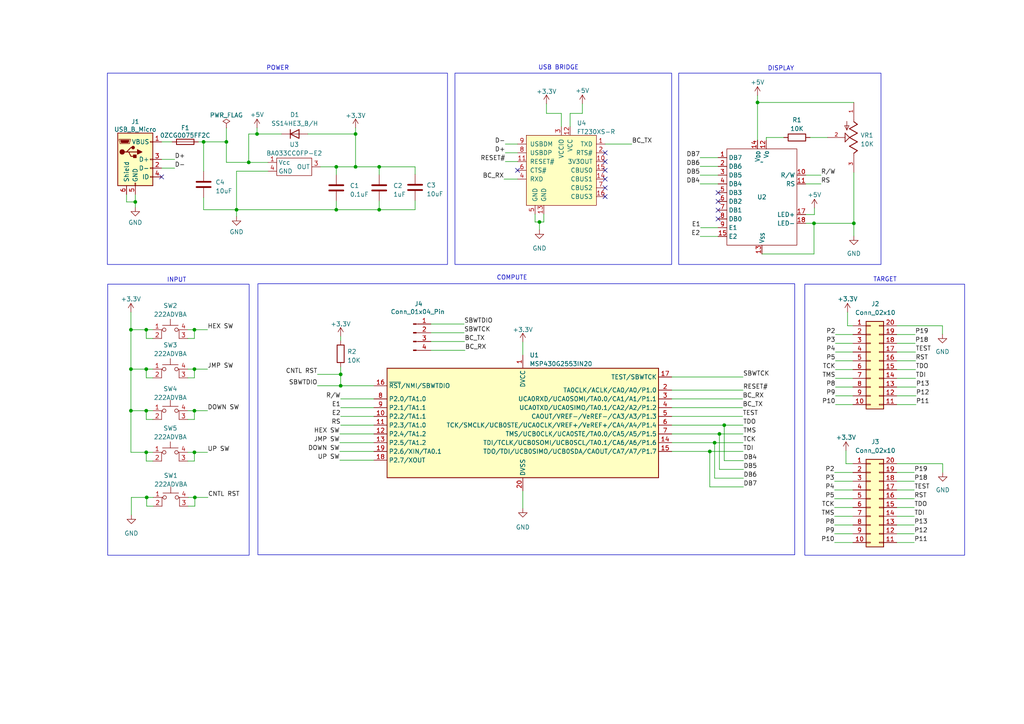
<source format=kicad_sch>
(kicad_sch (version 20230121) (generator eeschema)
  (paper "A4")
  (title_block (title "MSP Debugger") (date "2024-06-10") (company "Jaden Baptista"))
  (lib_symbols
    (symbol "Connector:Conn_01x04_Pin" (pin_names (offset 1.016) hide)
      (property "Reference" "J" (at 0 5.08 0))
      (property "Value" "Conn_01x04_Pin" (at 0 -7.62 0))
      (symbol "Conn_01x04_Pin_1_1"
        (polyline (pts (xy 1.27 -5.08) (xy 0.8636 -5.08)) (stroke (width 0.1524)))
        (polyline (pts (xy 1.27 -2.54) (xy 0.8636 -2.54)) (stroke (width 0.1524)))
        (polyline (pts (xy 1.27 0) (xy 0.8636 0)) (stroke (width 0.1524)))
        (polyline (pts (xy 1.27 2.54) (xy 0.8636 2.54)) (stroke (width 0.1524)))
        (rectangle (start 0.8636 -4.953) (end 0 -5.207) (stroke (width 0.1524)) (fill (type outline)))
        (rectangle (start 0.8636 -2.413) (end 0 -2.667) (stroke (width 0.1524)) (fill (type outline)))
        (rectangle (start 0.8636 0.127) (end 0 -0.127) (stroke (width 0.1524)) (fill (type outline)))
        (rectangle (start 0.8636 2.667) (end 0 2.413) (stroke (width 0.1524)) (fill (type outline)))
        (pin passive line (at 5.08 2.54 180) (length 3.81) (name "Pin_1") (number "1"))
        (pin passive line (at 5.08 0 180) (length 3.81) (name "Pin_2") (number "2"))
        (pin passive line (at 5.08 -2.54 180) (length 3.81) (name "Pin_3") (number "3"))
        (pin passive line (at 5.08 -5.08 180) (length 3.81) (name "Pin_4") (number "4"))
      )
    )
    (symbol "Connector:USB_B_Micro" (pin_names (offset 1.016))
      (property "Reference" "J" (at -5.08 11.43 0))
      (property "Value" "USB_B_Micro" (at -5.08 8.89 0))
      (symbol "USB_B_Micro_0_1"
        (rectangle (start -5.08 -7.62) (end 5.08 7.62) (stroke (width 0.254)) (fill (type background)))
        (circle (center -3.81 2.159) (radius 0.635) (stroke (width 0.254)) (fill (type outline)))
        (circle (center -0.635 3.429) (radius 0.381) (stroke (width 0.254)) (fill (type outline)))
        (rectangle (start -0.127 -7.62) (end 0.127 -6.858))
        (polyline (pts (xy -1.905 2.159) (xy 0.635 2.159)) (stroke (width 0.254)))
        (polyline (pts (xy -3.175 2.159) (xy -2.54 2.159) (xy -1.27 3.429) (xy -0.635 3.429)) (stroke (width 0.254)))
        (polyline (pts (xy -2.54 2.159) (xy -1.905 2.159) (xy -1.27 0.889) (xy 0 0.889)) (stroke (width 0.254)))
        (polyline (pts (xy 0.635 2.794) (xy 0.635 1.524) (xy 1.905 2.159) (xy 0.635 2.794)) (stroke (width 0.254)) (fill (type outline)))
        (polyline (pts (xy -4.318 5.588) (xy -1.778 5.588) (xy -2.032 4.826) (xy -4.064 4.826) (xy -4.318 5.588)) (fill (type outline)))
        (polyline (pts (xy -4.699 5.842) (xy -4.699 5.588) (xy -4.445 4.826) (xy -4.445 4.572) (xy -1.651 4.572) (xy -1.651 4.826) (xy -1.397 5.588) (xy -1.397 5.842) (xy -4.699 5.842)))
        (rectangle (start 0.254 1.27) (end -0.508 0.508) (stroke (width 0.254)) (fill (type outline)))
        (rectangle (start 5.08 -5.207) (end 4.318 -4.953))
        (rectangle (start 5.08 -2.667) (end 4.318 -2.413))
        (rectangle (start 5.08 -0.127) (end 4.318 0.127))
        (rectangle (start 5.08 4.953) (end 4.318 5.207))
      )
      (symbol "USB_B_Micro_1_1"
        (pin power_out line (at 7.62 5.08 180) (length 2.54) (name "VBUS") (number "1"))
        (pin bidirectional line (at 7.62 -2.54 180) (length 2.54) (name "D-") (number "2"))
        (pin bidirectional line (at 7.62 0 180) (length 2.54) (name "D+") (number "3"))
        (pin passive line (at 7.62 -5.08 180) (length 2.54) (name "ID") (number "4"))
        (pin power_out line (at 0 -10.16 90) (length 2.54) (name "GND") (number "5"))
        (pin passive line (at -2.54 -10.16 90) (length 2.54) (name "Shield") (number "6"))
      )
    )
    (symbol "Connector_Generic:Conn_02x10_Counter_Clockwise" (pin_names (offset 1.016) hide)
      (property "Reference" "J" (at 1.27 12.7 0))
      (property "Value" "Conn_02x10_Counter_Clockwise" (at 1.27 -15.24 0))
      (symbol "Conn_02x10_Counter_Clockwise_1_1"
        (rectangle (start -1.27 -12.573) (end 0 -12.827) (stroke (width 0.1524)))
        (rectangle (start -1.27 -10.033) (end 0 -10.287) (stroke (width 0.1524)))
        (rectangle (start -1.27 -7.493) (end 0 -7.747) (stroke (width 0.1524)))
        (rectangle (start -1.27 -4.953) (end 0 -5.207) (stroke (width 0.1524)))
        (rectangle (start -1.27 -2.413) (end 0 -2.667) (stroke (width 0.1524)))
        (rectangle (start -1.27 0.127) (end 0 -0.127) (stroke (width 0.1524)))
        (rectangle (start -1.27 2.667) (end 0 2.413) (stroke (width 0.1524)))
        (rectangle (start -1.27 5.207) (end 0 4.953) (stroke (width 0.1524)))
        (rectangle (start -1.27 7.747) (end 0 7.493) (stroke (width 0.1524)))
        (rectangle (start -1.27 10.287) (end 0 10.033) (stroke (width 0.1524)))
        (rectangle (start -1.27 11.43) (end 3.81 -13.97) (stroke (width 0.254)) (fill (type background)))
        (rectangle (start 3.81 -12.573) (end 2.54 -12.827) (stroke (width 0.1524)))
        (rectangle (start 3.81 -10.033) (end 2.54 -10.287) (stroke (width 0.1524)))
        (rectangle (start 3.81 -7.493) (end 2.54 -7.747) (stroke (width 0.1524)))
        (rectangle (start 3.81 -4.953) (end 2.54 -5.207) (stroke (width 0.1524)))
        (rectangle (start 3.81 -2.413) (end 2.54 -2.667) (stroke (width 0.1524)))
        (rectangle (start 3.81 0.127) (end 2.54 -0.127) (stroke (width 0.1524)))
        (rectangle (start 3.81 2.667) (end 2.54 2.413) (stroke (width 0.1524)))
        (rectangle (start 3.81 5.207) (end 2.54 4.953) (stroke (width 0.1524)))
        (rectangle (start 3.81 7.747) (end 2.54 7.493) (stroke (width 0.1524)))
        (rectangle (start 3.81 10.287) (end 2.54 10.033) (stroke (width 0.1524)))
        (pin passive line (at -5.08 10.16 0) (length 3.81) (name "Pin_1") (number "1"))
        (pin passive line (at -5.08 -12.7 0) (length 3.81) (name "Pin_10") (number "10"))
        (pin passive line (at 7.62 -12.7 180) (length 3.81) (name "Pin_11") (number "11"))
        (pin passive line (at 7.62 -10.16 180) (length 3.81) (name "Pin_12") (number "12"))
        (pin passive line (at 7.62 -7.62 180) (length 3.81) (name "Pin_13") (number "13"))
        (pin passive line (at 7.62 -5.08 180) (length 3.81) (name "Pin_14") (number "14"))
        (pin passive line (at 7.62 -2.54 180) (length 3.81) (name "Pin_15") (number "15"))
        (pin passive line (at 7.62 0 180) (length 3.81) (name "Pin_16") (number "16"))
        (pin passive line (at 7.62 2.54 180) (length 3.81) (name "Pin_17") (number "17"))
        (pin passive line (at 7.62 5.08 180) (length 3.81) (name "Pin_18") (number "18"))
        (pin passive line (at 7.62 7.62 180) (length 3.81) (name "Pin_19") (number "19"))
        (pin passive line (at -5.08 7.62 0) (length 3.81) (name "Pin_2") (number "2"))
        (pin passive line (at 7.62 10.16 180) (length 3.81) (name "Pin_20") (number "20"))
        (pin passive line (at -5.08 5.08 0) (length 3.81) (name "Pin_3") (number "3"))
        (pin passive line (at -5.08 2.54 0) (length 3.81) (name "Pin_4") (number "4"))
        (pin passive line (at -5.08 0 0) (length 3.81) (name "Pin_5") (number "5"))
        (pin passive line (at -5.08 -2.54 0) (length 3.81) (name "Pin_6") (number "6"))
        (pin passive line (at -5.08 -5.08 0) (length 3.81) (name "Pin_7") (number "7"))
        (pin passive line (at -5.08 -7.62 0) (length 3.81) (name "Pin_8") (number "8"))
        (pin passive line (at -5.08 -10.16 0) (length 3.81) (name "Pin_9") (number "9"))
      )
    )
    (symbol "Device:C" (pin_numbers hide) (pin_names (offset 0.254))
      (property "Reference" "C" (at 0.635 2.54 0))
      (property "Value" "C" (at 0.635 -2.54 0))
      (symbol "C_0_1"
        (polyline (pts (xy -2.032 -0.762) (xy 2.032 -0.762)) (stroke (width 0.508)))
        (polyline (pts (xy -2.032 0.762) (xy 2.032 0.762)) (stroke (width 0.508)))
      )
      (symbol "C_1_1"
        (pin passive line (at 0 3.81 270) (length 2.794) (name "~") (number "1"))
        (pin passive line (at 0 -3.81 90) (length 2.794) (name "~") (number "2"))
      )
    )
    (symbol "Device:D" (pin_numbers hide) (pin_names (offset 1.016) hide)
      (property "Reference" "D" (at 0 2.54 0))
      (property "Value" "D" (at 0 -2.54 0))
      (symbol "D_0_1"
        (polyline (pts (xy -1.27 1.27) (xy -1.27 -1.27)) (stroke (width 0.254)))
        (polyline (pts (xy 1.27 0) (xy -1.27 0)))
        (polyline (pts (xy 1.27 1.27) (xy 1.27 -1.27) (xy -1.27 0) (xy 1.27 1.27)) (stroke (width 0.254)))
      )
      (symbol "D_1_1"
        (pin passive line (at -3.81 0 0) (length 2.54) (name "K") (number "1"))
        (pin passive line (at 3.81 0 180) (length 2.54) (name "A") (number "2"))
      )
    )
    (symbol "Device:Fuse" (pin_numbers hide) (pin_names (offset 0))
      (property "Reference" "F" (at 2.032 0 90))
      (property "Value" "Fuse" (at -1.905 0 90))
      (symbol "Fuse_0_1"
        (rectangle (start -0.762 -2.54) (end 0.762 2.54) (stroke (width 0.254)))
        (polyline (pts (xy 0 2.54) (xy 0 -2.54)))
      )
      (symbol "Fuse_1_1"
        (pin passive line (at 0 3.81 270) (length 1.27) (name "~") (number "1"))
        (pin passive line (at 0 -3.81 90) (length 1.27) (name "~") (number "2"))
      )
    )
    (symbol "Device:R" (pin_numbers hide) (pin_names (offset 0))
      (property "Reference" "R" (at 2.032 0 90))
      (property "Value" "R" (at 0 0 90))
      (symbol "R_0_1"
        (rectangle (start -1.016 -2.54) (end 1.016 2.54) (stroke (width 0.254)))
      )
      (symbol "R_1_1"
        (pin passive line (at 0 3.81 270) (length 1.27) (name "~") (number "1"))
        (pin passive line (at 0 -3.81 90) (length 1.27) (name "~") (number "2"))
      )
    )
    (symbol "ICs:3362P-1-103LF" (pin_names (offset 1.016))
      (property "Reference" "VR" (at -10.1818 2.5465 0))
      (property "Value" "3362P-1-103LF" (at -10.1645 -7.6423 0))
      (symbol "3362P-1-103LF_0_0"
        (polyline (pts (xy -5.08 0) (xy -4.572 0)) (stroke (width 0.1524)))
        (polyline (pts (xy -4.699 -2.032) (xy -2.159 -2.032)) (stroke (width 0.1524)))
        (polyline (pts (xy -4.572 0) (xy -3.81 1.016)) (stroke (width 0.254)))
        (polyline (pts (xy -3.81 1.016) (xy -2.54 -1.27)) (stroke (width 0.254)))
        (polyline (pts (xy -3.429 -2.667) (xy -3.429 -1.397)) (stroke (width 0.1524)))
        (polyline (pts (xy -3.429 -1.397) (xy -2.159 -2.032)) (stroke (width 0.1524)))
        (polyline (pts (xy -2.54 -1.27) (xy -1.27 1.016)) (stroke (width 0.254)))
        (polyline (pts (xy -2.159 -2.032) (xy -3.429 -2.667)) (stroke (width 0.1524)))
        (polyline (pts (xy -1.27 -2.54) (xy 0 -1.27)) (stroke (width 0.2032)))
        (polyline (pts (xy -1.27 1.016) (xy 0 -1.27)) (stroke (width 0.254)))
        (polyline (pts (xy 0 -1.27) (xy 1.27 -2.54)) (stroke (width 0.2032)))
        (polyline (pts (xy 0 -1.27) (xy 1.27 1.016)) (stroke (width 0.254)))
        (polyline (pts (xy 1.27 -2.54) (xy -1.27 -2.54)) (stroke (width 0.2032)))
        (polyline (pts (xy 1.27 1.016) (xy 2.54 -1.27)) (stroke (width 0.254)))
        (polyline (pts (xy 2.54 -1.27) (xy 3.81 1.016)) (stroke (width 0.254)))
        (polyline (pts (xy 3.81 1.016) (xy 4.572 0)) (stroke (width 0.254)))
        (polyline (pts (xy 4.572 0) (xy 5.08 0)) (stroke (width 0.1524)))
        (pin passive line (at -10.16 0 0) (length 5.08) (name "~") (number "1"))
        (pin passive line (at 0 -7.62 90) (length 5.08) (name "~") (number "2"))
        (pin passive line (at 10.16 0 180) (length 5.08) (name "~") (number "3"))
      )
    )
    (symbol "ICs:BA033CC0FP-E2"
      (property "Reference" "U" (at 0 3.81 0))
      (symbol "BA033CC0FP-E2_0_1"
        (rectangle (start -5.08 2.54) (end 5.08 -2.54))
      )
      (symbol "BA033CC0FP-E2_1_1"
        (pin power_in line (at -7.62 1.27 0) (length 2.54) (name "Vcc") (number "1"))
        (pin power_out line (at 7.62 0 180) (length 2.54) (name "OUT") (number "3"))
        (pin input line (at -7.62 -1.27 0) (length 2.54) (name "GND") (number "4"))
      )
    )
    (symbol "MCU_Texas_MSP430:MSP430G2553IN20"
      (property "Reference" "U" (at -38.1 17.78 0))
      (property "Value" "MSP430G2553IN20" (at 31.75 -16.51 0))
      (symbol "MSP430G2553IN20_0_1"
        (rectangle (start -39.37 16.51) (end 39.37 -15.24) (stroke (width 0.254)) (fill (type background)))
      )
      (symbol "MSP430G2553IN20_1_1"
        (pin power_in line (at 0 20.32 270) (length 3.81) (name "DVCC") (number "1"))
        (pin bidirectional line (at -43.18 2.54 0) (length 3.81) (name "P2.2/TA1.1") (number "10"))
        (pin bidirectional line (at -43.18 0 0) (length 3.81) (name "P2.3/TA1.0") (number "11"))
        (pin bidirectional line (at -43.18 -2.54 0) (length 3.81) (name "P2.4/TA1.2") (number "12"))
        (pin bidirectional line (at -43.18 -5.08 0) (length 3.81) (name "P2.5/TA1.2") (number "13"))
        (pin bidirectional line (at 43.18 -5.08 180) (length 3.81) (name "TDI/TCLK/UCB0SOMI/UCB0SCL/TA0.1/CA6/A6/P1.6") (number "14"))
        (pin bidirectional line (at 43.18 -7.62 180) (length 3.81) (name "TDO/TDI/UCB0SIMO/UCB0SDA/CAOUT/CA7/A7/P1.7") (number "15"))
        (pin input line (at -43.18 11.43 0) (length 3.81) (name "~{RST}/NMI/SBWTDIO") (number "16"))
        (pin input line (at 43.18 13.97 180) (length 3.81) (name "TEST/SBWTCK") (number "17"))
        (pin bidirectional line (at -43.18 -10.16 0) (length 3.81) (name "P2.7/XOUT") (number "18"))
        (pin bidirectional line (at -43.18 -7.62 0) (length 3.81) (name "P2.6/XIN/TA0.1") (number "19"))
        (pin bidirectional line (at 43.18 10.16 180) (length 3.81) (name "TA0CLK/ACLK/CA0/A0/P1.0") (number "2"))
        (pin power_in line (at 0 -19.05 90) (length 3.81) (name "DVSS") (number "20"))
        (pin bidirectional line (at 43.18 7.62 180) (length 3.81) (name "UCA0RXD/UCA0SOMI/TA0.0/CA1/A1/P1.1") (number "3"))
        (pin bidirectional line (at 43.18 5.08 180) (length 3.81) (name "UCA0TXD/UCA0SIMO/TA0.1/CA2/A2/P1.2") (number "4"))
        (pin bidirectional line (at 43.18 2.54 180) (length 3.81) (name "CAOUT/VREF-/VeREF-/CA3/A3/P1.3") (number "5"))
        (pin bidirectional line (at 43.18 0 180) (length 3.81) (name "TCK/SMCLK/UCB0STE/UCA0CLK/VREF+/VeREF+/CA4/A4/P1.4") (number "6"))
        (pin bidirectional line (at 43.18 -2.54 180) (length 3.81) (name "TMS/UCB0CLK/UCA0STE/TA0.0/CA5/A5/P1.5") (number "7"))
        (pin bidirectional line (at -43.18 7.62 0) (length 3.81) (name "P2.0/TA1.0") (number "8"))
        (pin bidirectional line (at -43.18 5.08 0) (length 3.81) (name "P2.1/TA1.1") (number "9"))
      )
    )
    (symbol "Switch:SW_MEC_5E" (pin_names (offset 1.016) hide)
      (property "Reference" "SW" (at 0.635 5.715 0))
      (property "Value" "SW_MEC_5E" (at 0 -3.175 0))
      (symbol "SW_MEC_5E_0_1"
        (circle (center -1.778 2.54) (radius 0.508))
        (polyline (pts (xy -2.286 3.81) (xy 2.286 3.81)))
        (polyline (pts (xy 0 3.81) (xy 0 5.588)))
        (polyline (pts (xy -2.54 0) (xy -2.54 2.54) (xy -2.286 2.54)))
        (polyline (pts (xy 2.54 0) (xy 2.54 2.54) (xy 2.286 2.54)))
        (circle (center 1.778 2.54) (radius 0.508))
        (pin passive line (at -5.08 2.54 0) (length 2.54) (name "1") (number "1"))
        (pin passive line (at -5.08 0 0) (length 2.54) (name "2") (number "2"))
        (pin passive line (at 5.08 0 180) (length 2.54) (name "K") (number "3"))
        (pin passive line (at 5.08 2.54 180) (length 2.54) (name "A") (number "4"))
      )
    )
    (symbol "display:NHD-0440AZ-FL-YBW"
      (property "Reference" "U2" (at 0 0 0))
      (property "Value" "~" (at 0 10.16 0))
      (symbol "NHD-0440AZ-FL-YBW_0_1"
        (rectangle (start -10.16 13.97) (end 10.16 -13.97))
      )
      (symbol "NHD-0440AZ-FL-YBW_1_1"
        (pin bidirectional line (at -12.7 11.43 0) (length 2.54) (name "DB7") (number "1"))
        (pin input line (at 12.7 6.35 180) (length 2.54) (name "R/W") (number "10"))
        (pin input line (at 12.7 3.81 180) (length 2.54) (name "RS") (number "11"))
        (pin input line (at 1.27 16.51 270) (length 2.54) (name "V_{0}") (number "12"))
        (pin power_in line (at 0 -16.51 90) (length 2.54) (name "V_{SS}") (number "13"))
        (pin power_in line (at -1.27 16.51 270) (length 2.54) (name "V_{DD}") (number "14"))
        (pin input line (at -12.7 -11.43 0) (length 2.54) (name "E2") (number "15"))
        (pin no_connect line (at 12.7 8.89 180) (length 2.54) hide (name "NC") (number "16"))
        (pin power_in line (at 12.7 -5.08 180) (length 2.54) (name "LED+") (number "17"))
        (pin power_in line (at 12.7 -7.62 180) (length 2.54) (name "LED-") (number "18"))
        (pin bidirectional line (at -12.7 8.89 0) (length 2.54) (name "DB6") (number "2"))
        (pin bidirectional line (at -12.7 6.35 0) (length 2.54) (name "DB5") (number "3"))
        (pin bidirectional line (at -12.7 3.81 0) (length 2.54) (name "DB4") (number "4"))
        (pin bidirectional line (at -12.7 1.27 0) (length 2.54) (name "DB3") (number "5"))
        (pin bidirectional line (at -12.7 -1.27 0) (length 2.54) (name "DB2") (number "6"))
        (pin bidirectional line (at -12.7 -3.81 0) (length 2.54) (name "DB1") (number "7"))
        (pin bidirectional line (at -12.7 -6.35 0) (length 2.54) (name "DB0") (number "8"))
        (pin input line (at -12.7 -8.89 0) (length 2.54) (name "E1") (number "9"))
      )
    )
    (symbol "dk_Interface-Controllers:FT230XS-R" (pin_names (offset 1.016))
      (property "Reference" "U" (at -10.16 8.89 0))
      (property "Value" "FT230XS-R" (at -2.54 -13.97 0))
      (symbol "FT230XS-R_0_1"
        (rectangle (start -10.16 7.62) (end 10.16 -12.7) (fill (type background)))
      )
      (symbol "FT230XS-R_1_1"
        (pin output line (at 12.7 5.08 180) (length 2.54) (name "TXD") (number "1"))
        (pin power_out line (at 12.7 0 180) (length 2.54) (name "3V3OUT") (number "10"))
        (pin input line (at -12.7 0 0) (length 2.54) (name "RESET#") (number "11"))
        (pin power_in line (at 2.54 10.16 270) (length 2.54) (name "VCC") (number "12"))
        (pin power_in line (at -5.08 -15.24 90) (length 2.54) (name "GND") (number "13"))
        (pin bidirectional line (at 12.7 -5.08 180) (length 2.54) (name "CBUS1") (number "14"))
        (pin bidirectional line (at 12.7 -2.54 180) (length 2.54) (name "CBUS0") (number "15"))
        (pin bidirectional line (at 12.7 -10.16 180) (length 2.54) (name "CBUS3") (number "16"))
        (pin output line (at 12.7 2.54 180) (length 2.54) (name "RTS#") (number "2"))
        (pin power_in line (at 0 10.16 270) (length 2.54) (name "VCCIO") (number "3"))
        (pin input line (at -12.7 -5.08 0) (length 2.54) (name "RXD") (number "4"))
        (pin power_in line (at -7.62 -15.24 90) (length 2.54) (name "GND") (number "5"))
        (pin input line (at -12.7 -2.54 0) (length 2.54) (name "CTS#") (number "6"))
        (pin bidirectional line (at 12.7 -7.62 180) (length 2.54) (name "CBUS2") (number "7"))
        (pin input line (at -12.7 2.54 0) (length 2.54) (name "USBDP") (number "8"))
        (pin input line (at -12.7 5.08 0) (length 2.54) (name "USBDM") (number "9"))
      )
    )
    (symbol "power:+3.3V" (power) (pin_names (offset 0))
      (property "Value" "+3.3V" (at 0 3.556 0))
      (symbol "+3.3V_0_1"
        (polyline (pts (xy -0.762 1.27) (xy 0 2.54)))
        (polyline (pts (xy 0 0) (xy 0 2.54)))
        (polyline (pts (xy 0 2.54) (xy 0.762 1.27)))
      )
      (symbol "+3.3V_1_1"
        (pin power_in line (at 0 0 90) (length 0) hide (name "+3.3V") (number "1"))
      )
    )
    (symbol "power:+5V" (power) (pin_names (offset 0))
      (property "Value" "+5V" (at 0 3.556 0))
      (symbol "+5V_0_1"
        (polyline (pts (xy -0.762 1.27) (xy 0 2.54)))
        (polyline (pts (xy 0 0) (xy 0 2.54)))
        (polyline (pts (xy 0 2.54) (xy 0.762 1.27)))
      )
      (symbol "+5V_1_1"
        (pin power_in line (at 0 0 90) (length 0) hide (name "+5V") (number "1"))
      )
    )
    (symbol "power:GND" (power) (pin_names (offset 0))
      (property "Value" "GND" (at 0 -3.81 0))
      (symbol "GND_0_1"
        (polyline (pts (xy 0 0) (xy 0 -1.27) (xy 1.27 -1.27) (xy 0 -2.54) (xy -1.27 -1.27) (xy 0 -1.27)))
      )
      (symbol "GND_1_1"
        (pin power_in line (at 0 0 270) (length 0) hide (name "GND") (number "1"))
      )
    )
    (symbol "power:PWR_FLAG" (power) (pin_numbers hide) (pin_names (offset 0) hide)
      (property "Value" "PWR_FLAG" (at 0 3.81 0))
      (symbol "PWR_FLAG_0_0"
        (pin power_out line (at 0 0 90) (length 0) (name "pwr") (number "1"))
      )
      (symbol "PWR_FLAG_0_1"
        (polyline (pts (xy 0 0) (xy 0 1.27) (xy -1.016 1.905) (xy 0 2.54) (xy 1.016 1.905) (xy 0 1.27)))
      )
    )
  )
  (junction (at 103.124 48.387))
  (junction (at 42.418 131.191))
  (junction (at 42.418 119.126))
  (junction (at 109.982 48.387))
  (junction (at 98.806 108.585))
  (junction (at 97.536 48.387))
  (junction (at 247.65 64.77))
  (junction (at 74.549 38.862))
  (junction (at 56.388 107.061))
  (junction (at 59.055 41.148))
  (junction (at 56.515 144.272))
  (junction (at 37.973 107.061))
  (junction (at 208.661 125.857))
  (junction (at 207.264 128.397))
  (junction (at 98.806 111.887))
  (junction (at 65.659 41.148))
  (junction (at 205.867 130.937))
  (junction (at 68.6054 60.833))
  (junction (at 56.388 119.126))
  (junction (at 56.388 131.191))
  (junction (at 37.973 119.126))
  (junction (at 72.136 47.0916))
  (junction (at 210.058 123.317))
  (junction (at 42.418 107.061))
  (junction (at 42.545 144.272))
  (junction (at 39.243 58.5724))
  (junction (at 219.71 29.718))
  (junction (at 156.464 64.389))
  (junction (at 37.973 95.631))
  (junction (at 97.536 60.833))
  (junction (at 236.093 64.77))
  (junction (at 103.124 38.862))
  (junction (at 42.418 95.631))
  (junction (at 56.388 95.631))
  (junction (at 109.982 60.833))
  (no_connect (at 175.514 44.323))
  (no_connect (at 46.863 51.308))
  (no_connect (at 175.514 46.863))
  (no_connect (at 175.514 57.023))
  (no_connect (at 150.114 49.403))
  (no_connect (at 208.28 55.88))
  (no_connect (at 208.28 60.96))
  (no_connect (at 175.514 51.943))
  (no_connect (at 175.514 49.403))
  (no_connect (at 208.28 58.42))
  (no_connect (at 175.514 54.483))
  (no_connect (at 208.28 63.5))
  (wire (pts (xy 65.659 47.0916) (xy 72.136 47.0916)))
  (wire (pts (xy 103.124 38.862) (xy 103.124 48.387)))
  (wire (pts (xy 37.973 90.551) (xy 37.973 95.631)))
  (wire (pts (xy 42.545 144.272) (xy 44.45 144.272)))
  (wire (pts (xy 158.496 32.893) (xy 162.814 32.893)))
  (wire (pts (xy 56.388 133.731) (xy 56.388 131.191)))
  (wire (pts (xy 44.323 133.731) (xy 42.418 133.731)))
  (wire (pts (xy 98.806 108.585) (xy 98.806 111.887)))
  (wire (pts (xy 56.515 146.812) (xy 56.515 144.272)))
  (wire (pts (xy 92.964 48.387) (xy 97.536 48.387)))
  (wire (pts (xy 155.194 64.389) (xy 156.464 64.389)))
  (wire (pts (xy 54.61 146.812) (xy 56.515 146.812)))
  (wire (pts (xy 260.096 142.113) (xy 265.176 142.113)))
  (wire (pts (xy 260.096 152.273) (xy 265.176 152.273)))
  (wire (pts (xy 260.096 147.193) (xy 265.176 147.193)))
  (wire (pts (xy 54.483 107.061) (xy 56.388 107.061)))
  (wire (pts (xy 242.316 97.028) (xy 247.396 97.028)))
  (wire (pts (xy 245.364 134.493) (xy 245.364 130.683)))
  (wire (pts (xy 260.096 107.188) (xy 265.557 107.188)))
  (wire (pts (xy 108.458 115.697) (xy 98.806 115.697)))
  (wire (pts (xy 247.65 50.038) (xy 247.65 64.77)))
  (wire (pts (xy 68.6054 60.833) (xy 97.536 60.833)))
  (wire (pts (xy 242.316 117.348) (xy 247.396 117.348)))
  (wire (pts (xy 44.323 98.171) (xy 42.418 98.171)))
  (wire (pts (xy 260.096 144.653) (xy 265.176 144.653)))
  (wire (pts (xy 260.096 114.808) (xy 265.684 114.808)))
  (wire (pts (xy 77.724 49.657) (xy 68.6054 49.657)))
  (wire (pts (xy 65.659 37.084) (xy 65.659 41.148)))
  (wire (pts (xy 210.058 123.317) (xy 210.058 133.604)))
  (wire (pts (xy 207.264 128.397) (xy 215.519 128.397)))
  (wire (pts (xy 124.968 101.6) (xy 134.874 101.6)))
  (wire (pts (xy 56.388 95.631) (xy 60.198 95.631)))
  (wire (pts (xy 65.659 41.148) (xy 59.055 41.148)))
  (wire (pts (xy 162.814 32.893) (xy 162.814 36.703)))
  (wire (pts (xy 158.496 30.099) (xy 158.496 32.893)))
  (wire (pts (xy 146.558 46.863) (xy 150.114 46.863)))
  (wire (pts (xy 220.98 73.66) (xy 236.093 73.66)))
  (wire (pts (xy 72.136 38.862) (xy 72.136 47.0916)))
  (wire (pts (xy 157.734 64.389) (xy 156.464 64.389)))
  (wire (pts (xy 38.1 144.272) (xy 38.1 149.352)))
  (wire (pts (xy 175.514 41.783) (xy 183.261 41.783)))
  (wire (pts (xy 98.806 108.585) (xy 98.806 106.426)))
  (wire (pts (xy 68.6054 60.833) (xy 68.6054 62.8142)))
  (wire (pts (xy 194.818 109.347) (xy 215.519 109.347)))
  (wire (pts (xy 98.552 133.477) (xy 108.458 133.477)))
  (wire (pts (xy 242.062 149.733) (xy 247.396 149.733)))
  (wire (pts (xy 57.531 41.148) (xy 59.055 41.148)))
  (wire (pts (xy 92.075 111.887) (xy 98.806 111.887)))
  (wire (pts (xy 233.68 50.8) (xy 238.125 50.8)))
  (wire (pts (xy 155.194 62.103) (xy 155.194 64.389)))
  (wire (pts (xy 54.483 95.631) (xy 56.388 95.631)))
  (wire (pts (xy 151.638 99.187) (xy 151.638 102.997)))
  (wire (pts (xy 273.3548 94.488) (xy 273.3548 96.9264)))
  (wire (pts (xy 260.096 157.353) (xy 265.176 157.353)))
  (wire (pts (xy 42.418 107.061) (xy 44.323 107.061)))
  (wire (pts (xy 44.45 146.812) (xy 42.545 146.812)))
  (wire (pts (xy 168.91 32.893) (xy 168.91 30.099)))
  (wire (pts (xy 42.418 109.601) (xy 42.418 107.061)))
  (wire (pts (xy 46.863 48.768) (xy 50.673 48.768)))
  (wire (pts (xy 260.096 154.813) (xy 265.176 154.813)))
  (wire (pts (xy 194.818 115.697) (xy 215.392 115.697)))
  (wire (pts (xy 260.096 112.268) (xy 265.684 112.268)))
  (wire (pts (xy 203.2 66.04) (xy 208.28 66.04)))
  (wire (pts (xy 233.68 64.77) (xy 236.093 64.77)))
  (wire (pts (xy 37.973 107.061) (xy 37.973 119.126)))
  (wire (pts (xy 103.124 48.387) (xy 97.536 48.387)))
  (wire (pts (xy 89.281 38.862) (xy 103.124 38.862)))
  (wire (pts (xy 210.058 133.604) (xy 215.646 133.604)))
  (wire (pts (xy 242.062 139.573) (xy 247.396 139.573)))
  (wire (pts (xy 247.396 94.488) (xy 245.8212 94.488)))
  (wire (pts (xy 260.096 97.028) (xy 265.43 97.028)))
  (wire (pts (xy 97.536 58.293) (xy 97.536 60.833)))
  (wire (pts (xy 36.703 58.5724) (xy 39.243 58.5724)))
  (wire (pts (xy 36.703 56.388) (xy 36.703 58.5724)))
  (wire (pts (xy 260.096 94.488) (xy 273.3548 94.488)))
  (wire (pts (xy 260.096 139.573) (xy 265.176 139.573)))
  (wire (pts (xy 219.71 29.718) (xy 219.71 40.64)))
  (wire (pts (xy 124.968 96.52) (xy 134.62 96.52)))
  (wire (pts (xy 59.055 60.833) (xy 68.6054 60.833)))
  (wire (pts (xy 74.549 38.862) (xy 81.661 38.862)))
  (wire (pts (xy 37.973 95.631) (xy 37.973 107.061)))
  (wire (pts (xy 42.418 95.631) (xy 44.323 95.631)))
  (wire (pts (xy 42.418 133.731) (xy 42.418 131.191)))
  (wire (pts (xy 242.062 157.353) (xy 247.396 157.353)))
  (wire (pts (xy 98.552 125.857) (xy 108.458 125.857)))
  (wire (pts (xy 46.863 46.228) (xy 50.673 46.228)))
  (wire (pts (xy 56.388 98.171) (xy 56.388 95.631)))
  (wire (pts (xy 54.483 119.126) (xy 56.388 119.126)))
  (wire (pts (xy 233.68 53.34) (xy 238.125 53.34)))
  (wire (pts (xy 242.062 152.273) (xy 247.396 152.273)))
  (wire (pts (xy 59.055 57.3024) (xy 59.055 60.833)))
  (wire (pts (xy 234.95 39.878) (xy 240.03 39.878)))
  (wire (pts (xy 194.818 128.397) (xy 207.264 128.397)))
  (wire (pts (xy 108.458 120.777) (xy 98.806 120.777)))
  (wire (pts (xy 54.483 109.601) (xy 56.388 109.601)))
  (wire (pts (xy 242.316 104.648) (xy 247.396 104.648)))
  (wire (pts (xy 260.096 149.733) (xy 265.176 149.733)))
  (wire (pts (xy 146.177 51.943) (xy 150.114 51.943)))
  (wire (pts (xy 42.545 144.272) (xy 38.1 144.272)))
  (wire (pts (xy 98.806 111.887) (xy 108.458 111.887)))
  (wire (pts (xy 42.418 121.666) (xy 42.418 119.126)))
  (wire (pts (xy 203.0476 45.72) (xy 208.28 45.72)))
  (wire (pts (xy 242.316 99.568) (xy 247.396 99.568)))
  (wire (pts (xy 242.316 109.728) (xy 247.396 109.728)))
  (wire (pts (xy 97.536 60.833) (xy 109.982 60.833)))
  (wire (pts (xy 59.055 41.148) (xy 59.055 49.6824)))
  (wire (pts (xy 208.28 68.58) (xy 203.073 68.58)))
  (wire (pts (xy 54.61 144.272) (xy 56.515 144.272)))
  (wire (pts (xy 247.65 64.77) (xy 247.65 68.453)))
  (wire (pts (xy 109.982 60.833) (xy 109.982 58.293)))
  (wire (pts (xy 56.388 131.191) (xy 60.198 131.191)))
  (wire (pts (xy 208.661 125.857) (xy 208.661 136.144)))
  (wire (pts (xy 54.483 98.171) (xy 56.388 98.171)))
  (wire (pts (xy 109.982 48.387) (xy 120.396 48.387)))
  (wire (pts (xy 42.418 98.171) (xy 42.418 95.631)))
  (wire (pts (xy 109.982 50.673) (xy 109.982 48.387)))
  (wire (pts (xy 37.973 107.061) (xy 42.418 107.061)))
  (wire (pts (xy 245.8212 94.488) (xy 245.8212 90.5256)))
  (wire (pts (xy 194.818 130.937) (xy 205.867 130.937)))
  (wire (pts (xy 65.659 41.148) (xy 65.659 47.0916)))
  (wire (pts (xy 37.973 131.191) (xy 42.418 131.191)))
  (wire (pts (xy 205.867 141.224) (xy 215.646 141.224)))
  (wire (pts (xy 165.354 32.893) (xy 168.91 32.893)))
  (wire (pts (xy 56.388 109.601) (xy 56.388 107.061)))
  (wire (pts (xy 247.396 134.493) (xy 245.364 134.493)))
  (wire (pts (xy 242.316 112.268) (xy 247.396 112.268)))
  (wire (pts (xy 242.316 107.188) (xy 247.396 107.188)))
  (wire (pts (xy 98.806 118.237) (xy 108.458 118.237)))
  (wire (pts (xy 203.0476 53.34) (xy 208.28 53.34)))
  (wire (pts (xy 242.062 142.113) (xy 247.396 142.113)))
  (wire (pts (xy 260.096 99.568) (xy 265.43 99.568)))
  (wire (pts (xy 207.264 138.684) (xy 215.646 138.684)))
  (wire (pts (xy 165.354 36.703) (xy 165.354 32.893)))
  (wire (pts (xy 98.552 128.397) (xy 108.458 128.397)))
  (wire (pts (xy 203.0476 50.8) (xy 208.28 50.8)))
  (wire (pts (xy 151.638 142.367) (xy 151.638 147.447)))
  (wire (pts (xy 260.096 137.033) (xy 265.176 137.033)))
  (wire (pts (xy 68.6054 49.657) (xy 68.6054 60.833)))
  (wire (pts (xy 157.734 62.103) (xy 157.734 64.389)))
  (wire (pts (xy 97.536 48.387) (xy 97.536 50.673)))
  (wire (pts (xy 120.396 60.833) (xy 120.396 58.166)))
  (wire (pts (xy 219.71 27.686) (xy 219.71 29.718)))
  (wire (pts (xy 242.062 137.033) (xy 247.396 137.033)))
  (wire (pts (xy 37.973 95.631) (xy 42.418 95.631)))
  (wire (pts (xy 54.483 133.731) (xy 56.388 133.731)))
  (wire (pts (xy 222.25 39.878) (xy 222.25 40.64)))
  (wire (pts (xy 208.661 136.144) (xy 215.646 136.144)))
  (wire (pts (xy 92.075 108.585) (xy 98.806 108.585)))
  (wire (pts (xy 242.062 147.193) (xy 247.396 147.193)))
  (wire (pts (xy 205.867 130.937) (xy 215.519 130.937)))
  (wire (pts (xy 194.818 120.777) (xy 215.392 120.777)))
  (wire (pts (xy 37.973 119.126) (xy 37.973 131.191)))
  (wire (pts (xy 46.863 41.148) (xy 49.911 41.148)))
  (wire (pts (xy 260.096 134.493) (xy 273.431 134.493)))
  (wire (pts (xy 42.545 146.812) (xy 42.545 144.272)))
  (wire (pts (xy 205.867 130.937) (xy 205.867 141.224)))
  (wire (pts (xy 74.549 37.084) (xy 74.549 38.862)))
  (wire (pts (xy 219.71 29.718) (xy 247.65 29.718)))
  (wire (pts (xy 207.264 128.397) (xy 207.264 138.684)))
  (wire (pts (xy 98.806 97.536) (xy 98.806 98.806)))
  (wire (pts (xy 98.552 130.937) (xy 108.458 130.937)))
  (wire (pts (xy 260.096 102.108) (xy 265.557 102.108)))
  (wire (pts (xy 42.418 119.126) (xy 44.323 119.126)))
  (wire (pts (xy 236.093 73.66) (xy 236.093 64.77)))
  (wire (pts (xy 242.062 154.813) (xy 247.396 154.813)))
  (wire (pts (xy 273.431 134.493) (xy 273.431 137.033)))
  (wire (pts (xy 242.316 114.808) (xy 247.396 114.808)))
  (wire (pts (xy 233.68 62.23) (xy 236.22 62.23)))
  (wire (pts (xy 124.968 93.98) (xy 134.62 93.98)))
  (wire (pts (xy 260.096 117.348) (xy 265.684 117.348)))
  (wire (pts (xy 222.25 39.878) (xy 227.33 39.878)))
  (wire (pts (xy 56.515 144.272) (xy 60.325 144.272)))
  (wire (pts (xy 194.818 118.237) (xy 215.392 118.237)))
  (wire (pts (xy 208.661 125.857) (xy 215.519 125.857)))
  (wire (pts (xy 194.818 125.857) (xy 208.661 125.857)))
  (wire (pts (xy 56.388 121.666) (xy 56.388 119.126)))
  (wire (pts (xy 156.464 64.389) (xy 156.464 66.675)))
  (wire (pts (xy 260.096 104.648) (xy 265.557 104.648)))
  (wire (pts (xy 72.136 38.862) (xy 74.549 38.862)))
  (wire (pts (xy 210.058 123.317) (xy 215.519 123.317)))
  (wire (pts (xy 194.818 123.317) (xy 210.058 123.317)))
  (wire (pts (xy 72.136 47.0916) (xy 72.136 47.117)))
  (wire (pts (xy 236.093 64.77) (xy 247.65 64.77)))
  (wire (pts (xy 54.483 121.666) (xy 56.388 121.666)))
  (wire (pts (xy 44.323 121.666) (xy 42.418 121.666)))
  (wire (pts (xy 146.558 44.323) (xy 150.114 44.323)))
  (wire (pts (xy 146.558 41.783) (xy 150.114 41.783)))
  (wire (pts (xy 236.22 62.23) (xy 236.22 60.325)))
  (wire (pts (xy 124.968 99.06) (xy 134.747 99.06)))
  (wire (pts (xy 72.136 47.117) (xy 77.724 47.117)))
  (wire (pts (xy 54.483 131.191) (xy 56.388 131.191)))
  (wire (pts (xy 39.243 56.388) (xy 39.243 58.5724)))
  (wire (pts (xy 194.818 113.157) (xy 215.519 113.157)))
  (wire (pts (xy 120.396 48.387) (xy 120.396 50.546)))
  (wire (pts (xy 56.388 119.126) (xy 60.198 119.126)))
  (wire (pts (xy 44.323 109.601) (xy 42.418 109.601)))
  (wire (pts (xy 42.418 131.191) (xy 44.323 131.191)))
  (wire (pts (xy 242.062 144.653) (xy 247.396 144.653)))
  (wire (pts (xy 108.458 123.317) (xy 98.806 123.317)))
  (wire (pts (xy 37.973 119.126) (xy 42.418 119.126)))
  (wire (pts (xy 242.316 102.108) (xy 247.396 102.108)))
  (wire (pts (xy 260.096 109.728) (xy 265.557 109.728)))
  (wire (pts (xy 203.0476 48.26) (xy 208.28 48.26)))
  (wire (pts (xy 103.124 48.387) (xy 109.982 48.387)))
  (wire (pts (xy 103.124 37.084) (xy 103.124 38.862)))
  (wire (pts (xy 56.388 107.061) (xy 60.198 107.061)))
  (wire (pts (xy 109.982 60.833) (xy 120.396 60.833)))
  (wire (pts (xy 39.243 58.5724) (xy 39.243 60.0964)))
  (rectangle (start 31.242 82.423) (end 72.263 161.036))
  (rectangle (start 131.953 21.209) (end 194.818 76.708))
  (rectangle (start 233.426 82.423) (end 279.781 161.036))
  (rectangle (start 31.1404 21.209) (end 129.794 76.708))
  (rectangle (start 74.803 82.296) (end 230.505 160.909))
  (rectangle (start 196.85 21.209) (end 255.524 76.708))
  (text "POWER" (at 77.216 20.574 0) (effects (font (size 1.27 1.27)) (justify left bottom)))
  (text "USB BRIDGE" (at 156.083 20.447 0) (effects (font (size 1.27 1.27)) (justify left bottom)))
  (text "INPUT" (at 48.387 82.042 0) (effects (font (size 1.27 1.27)) (justify left bottom)))
  (text "COMPUTE" (at 144.018 81.407 0) (effects (font (size 1.27 1.27)) (justify left bottom)))
  (text "TARGET" (at 253.238 81.915 0) (effects (font (size 1.27 1.27)) (justify left bottom)))
  (text "DISPLAY" (at 222.631 20.701 0) (effects (font (size 1.27 1.27)) (justify left bottom)))
  (label "TDI" (at 265.176 149.733 0))
  (label "P19" (at 265.43 97.028 0))
  (label "RS" (at 238.125 53.34 0))
  (label "R{slash}W" (at 238.125 50.8 0))
  (label "D-" (at 50.673 48.768 0))
  (label "DB7" (at 203.0476 45.72 180))
  (label "E2" (at 98.806 120.777 180))
  (label "RESET#" (at 215.519 113.157 0))
  (label "DB4" (at 203.0476 53.34 180))
  (label "CNTL RST" (at 92.075 108.585 180))
  (label "BC_RX" (at 134.874 101.6 0))
  (label "HEX SW" (at 60.198 95.631 0))
  (label "TDI" (at 215.519 130.937 0))
  (label "E2" (at 203.073 68.58 180))
  (label "P5" (at 242.062 144.653 180))
  (label "CNTL RST" (at 60.325 144.272 0))
  (label "P2" (at 242.062 137.033 180))
  (label "TDI" (at 265.557 109.728 0))
  (label "DOWN SW" (at 60.198 119.126 0))
  (label "JMP SW" (at 60.198 107.061 0))
  (label "TDO" (at 265.176 147.193 0))
  (label "P8" (at 242.316 112.268 180))
  (label "P4" (at 242.062 142.113 180))
  (label "DB5" (at 215.646 136.144 0))
  (label "BC_RX" (at 215.392 115.697 0))
  (label "SBWTCK" (at 134.62 96.52 0))
  (label "E1" (at 98.806 118.237 180))
  (label "P10" (at 242.316 117.348 180))
  (label "UP SW" (at 98.552 133.477 180))
  (label "P4" (at 242.316 102.108 180))
  (label "P9" (at 242.316 114.808 180))
  (label "P3" (at 242.316 99.568 180))
  (label "TDO" (at 215.519 123.317 0))
  (label "TMS" (at 215.519 125.857 0))
  (label "R{slash}W" (at 98.806 115.697 180))
  (label "DB5" (at 203.0476 50.8 180))
  (label "P18" (at 265.43 99.568 0))
  (label "SBWTCK" (at 215.519 109.347 0))
  (label "TMS" (at 242.062 149.733 180))
  (label "RS" (at 98.806 123.317 180))
  (label "TMS" (at 242.316 109.728 180))
  (label "DB7" (at 215.646 141.224 0))
  (label "RESET#" (at 146.558 46.863 180))
  (label "P13" (at 265.176 152.273 0))
  (label "P11" (at 265.176 157.353 0))
  (label "TDO" (at 265.557 107.188 0))
  (label "D-" (at 146.558 41.783 180))
  (label "P8" (at 242.062 152.273 180))
  (label "P12" (at 265.684 114.808 0))
  (label "P11" (at 265.684 117.348 0))
  (label "UP SW" (at 60.198 131.191 0))
  (label "TCK" (at 242.062 147.193 180))
  (label "E1" (at 203.2 66.04 180))
  (label "SBWTDIO" (at 92.075 111.887 180))
  (label "P3" (at 242.062 139.573 180))
  (label "DB4" (at 215.646 133.604 0))
  (label "D+" (at 50.673 46.228 0))
  (label "P5" (at 242.316 104.648 180))
  (label "TEST" (at 265.557 102.108 0))
  (label "DB6" (at 215.646 138.684 0))
  (label "DB6" (at 203.0476 48.26 180))
  (label "SBWTDIO" (at 134.62 93.98 0))
  (label "BC_TX" (at 134.747 99.06 0))
  (label "JMP SW" (at 98.552 128.397 180))
  (label "BC_TX" (at 215.392 118.237 0))
  (label "P13" (at 265.684 112.268 0))
  (label "HEX SW" (at 98.552 125.857 180))
  (label "TEST" (at 215.392 120.777 0))
  (label "P18" (at 265.176 139.573 0))
  (label "P9" (at 242.062 154.813 180))
  (label "RST" (at 265.176 144.653 0))
  (label "TEST" (at 265.176 142.113 0))
  (label "P2" (at 242.316 97.028 180))
  (label "TCK" (at 215.519 128.397 0))
  (label "D+" (at 146.558 44.323 180))
  (label "BC_RX" (at 146.177 51.943 180))
  (label "RST" (at 265.557 104.648 0))
  (label "P10" (at 242.062 157.353 180))
  (label "P12" (at 265.176 154.813 0))
  (label "P19" (at 265.176 137.033 0))
  (label "BC_TX" (at 183.261 41.783 0))
  (label "DOWN SW" (at 98.552 130.937 180))
  (label "TCK" (at 242.316 107.188 180))
  (symbol (lib_id "Device:R") (at 231.14 39.878 90) (unit 1)
    (property "Reference" "R1" (at 231.14 34.798 90))
    (property "Value" "10K" (at 231.14 37.338 90))
    (property "Footprint" "Capacitor_SMD:C_0805_2012Metric" (effects hide))
  )
  (symbol (lib_id "power:+3.3V") (at 245.364 130.683 0) (unit 1)
    (property "Reference" "#PWR012" (effects hide))
    (property "Value" "+3.3V" (at 245.364 126.873 0))
  )
  (symbol (lib_id "MCU_Texas_MSP430:MSP430G2553IN20") (at 151.638 123.317 0) (unit 1)
    (property "Reference" "U1" (at 153.5939 102.997 0) (effects (justify left)))
    (property "Value" "MSP430G2553IN20" (at 153.5939 105.537 0) (effects (justify left)))
    (property "Footprint" "Package_DIP:DIP-20_W7.62mm" (effects hide))
    (property "Datasheet" "http://www.ti.com/lit/ds/symlink/msp430g2553.pdf" (effects hide))
  )
  (symbol (lib_id "power:+5V") (at 236.22 60.325 0) (unit 1)
    (property "Reference" "#PWR01" (effects hide))
    (property "Value" "+5V" (at 236.22 56.515 0))
  )
  (symbol (lib_id "power:GND") (at 273.431 137.033 0) (unit 1)
    (property "Reference" "#PWR013" (effects hide))
    (property "Value" "GND" (at 273.431 142.113 0))
  )
  (symbol (lib_id "Device:D") (at 85.471 38.862 0) (unit 1)
    (property "Reference" "D1" (at 85.471 33.274 0))
    (property "Value" "SS14HE3_B/H" (at 85.471 35.814 0))
    (property "Footprint" "Diode_SMD:D_SMA" (effects hide))
    (property "Sim.Device" "D" (effects hide))
    (property "Sim.Pins" "1=K 2=A" (effects hide))
  )
  (symbol (lib_id "power:GND") (at 38.1 149.352 0) (unit 1)
    (property "Reference" "#PWR09" (effects hide))
    (property "Value" "GND" (at 38.1 154.686 0))
  )
  (symbol (lib_id "Device:C") (at 97.536 54.483 180) (unit 1)
    (property "Reference" "C1" (at 101.473 53.848 0) (effects (justify right)))
    (property "Value" "0.1uF" (at 101.473 56.388 0) (effects (justify right)))
    (property "Footprint" "Capacitor_SMD:C_0805_2012Metric" (effects hide))
  )
  (symbol (lib_id "power:GND") (at 68.6054 62.8142 0) (unit 1)
    (property "Reference" "#PWR010" (effects hide))
    (property "Value" "GND" (at 68.6054 67.2592 0))
  )
  (symbol (lib_id "ICs:3362P-1-103LF") (at 247.65 39.878 270) (unit 1)
    (property "Reference" "VR1" (at 249.555 39.243 90) (effects (justify left)))
    (property "Value" "10K" (at 249.555 41.783 90) (effects (justify left)))
    (property "Footprint" "project:TRIM_3362P-1-103LF" (effects hide))
    (property "PARTREV" "08/26/10" (effects hide))
    (property "MF" "Bourns" (effects hide))
    (property "MP" "3362P-1-205LF" (effects hide))
    (property "STANDARD" "Manufacturer Recommendation" (effects hide))
  )
  (symbol (lib_id "Device:C") (at 59.055 53.4924 0) (unit 1)
    (property "Reference" "C4" (at 62.484 52.8574 0) (effects (justify left)))
    (property "Value" "10uF" (at 62.484 55.3974 0) (effects (justify left)))
    (property "Footprint" "Capacitor_SMD:C_0805_2012Metric" (effects hide))
  )
  (symbol (lib_id "power:+3.3V") (at 98.806 97.536 0) (unit 1)
    (property "Reference" "#PWR02" (effects hide))
    (property "Value" "+3.3V" (at 98.806 93.98 0))
  )
  (symbol (lib_id "power:+3.3V") (at 103.124 37.084 0) (unit 1)
    (property "Reference" "#PWR011" (effects hide))
    (property "Value" "+3.3V" (at 103.124 33.528 0))
  )
  (symbol (lib_id "power:+3.3V") (at 245.8212 90.5256 0) (unit 1)
    (property "Reference" "#PWR06" (effects hide))
    (property "Value" "+3.3V" (at 245.8212 86.7156 0))
  )
  (symbol (lib_id "power:GND") (at 39.243 60.0964 0) (unit 1)
    (property "Reference" "#PWR08" (effects hide))
    (property "Value" "GND" (at 39.243 64.5414 0))
  )
  (symbol (lib_id "Device:C") (at 120.396 54.356 0) (unit 1)
    (property "Reference" "C3" (at 123.698 53.721 0) (effects (justify left)))
    (property "Value" "10uF" (at 123.698 56.261 0) (effects (justify left)))
    (property "Footprint" "Capacitor_SMD:C_0805_2012Metric" (effects hide))
  )
  (symbol (lib_id "power:GND") (at 151.638 147.447 0) (unit 1)
    (property "Reference" "#PWR07" (effects hide))
    (property "Value" "GND" (at 151.638 152.908 0))
  )
  (symbol (lib_id "Switch:SW_MEC_5E") (at 49.403 98.171 0) (unit 1)
    (property "Reference" "SW2" (at 49.403 88.646 0))
    (property "Value" "222ADVBA" (at 49.403 91.186 0))
    (property "Footprint" "buttons:SW_222ADVBA" (effects hide))
    (property "Datasheet" "http://www.apem.com/int/index.php?controller=attachment&id_attachment=1371" (effects hide))
  )
  (symbol (lib_id "power:GND") (at 247.65 68.453 0) (unit 1)
    (property "Reference" "#PWR015" (effects hide))
    (property "Value" "GND" (at 247.65 73.533 0))
  )
  (symbol (lib_id "ICs:BA033CC0FP-E2") (at 85.344 48.387 0) (unit 1)
    (property "Reference" "U3" (at 85.344 41.91 0))
    (property "Value" "BA033CC0FP-E2" (at 85.344 44.45 0))
    (property "Footprint" "digikey-footprints:TO-252-3" (effects hide))
  )
  (symbol (lib_id "Connector:Conn_01x04_Pin") (at 119.888 96.52 0) (unit 1)
    (property "Reference" "J4" (at 121.412 88.138 0))
    (property "Value" "Conn_01x04_Pin" (at 121.158 90.424 0))
    (property "Footprint" "Connector_PinHeader_2.54mm:PinHeader_1x04_P2.54mm_Vertical" (effects hide))
  )
  (symbol (lib_id "Connector:USB_B_Micro") (at 39.243 46.228 0) (unit 1)
    (property "Reference" "J1" (at 39.243 35.306 0))
    (property "Value" "USB_B_Micro" (at 39.243 37.5412 0))
    (property "Footprint" "Connector_USB:USB_Micro-B_Amphenol_10118194_Horizontal" (effects hide))
  )
  (symbol (lib_id "Switch:SW_MEC_5E") (at 49.53 146.812 0) (unit 1)
    (property "Reference" "SW1" (at 49.53 137.922 0))
    (property "Value" "222ADVBA" (at 49.53 140.462 0))
    (property "Footprint" "buttons:SW_222ADVBA" (effects hide))
    (property "Datasheet" "http://www.apem.com/int/index.php?controller=attachment&id_attachment=1371" (effects hide))
  )
  (symbol (lib_id "power:PWR_FLAG") (at 65.659 37.084 0) (unit 1)
    (property "Reference" "#FLG01" (effects hide))
    (property "Value" "PWR_FLAG" (at 65.659 33.401 0))
  )
  (symbol (lib_id "power:+3.3V") (at 151.638 99.187 0) (unit 1)
    (property "Reference" "#PWR03" (effects hide))
    (property "Value" "+3.3V" (at 151.638 95.631 0))
  )
  (symbol (lib_id "Switch:SW_MEC_5E") (at 49.403 121.666 0) (unit 1)
    (property "Reference" "SW4" (at 49.403 112.776 0))
    (property "Value" "222ADVBA" (at 49.403 115.316 0))
    (property "Footprint" "buttons:SW_222ADVBA" (effects hide))
    (property "Datasheet" "http://www.apem.com/int/index.php?controller=attachment&id_attachment=1371" (effects hide))
  )
  (symbol (lib_id "Device:C") (at 109.982 54.483 0) (unit 1)
    (property "Reference" "C2" (at 114.046 53.848 0) (effects (justify left)))
    (property "Value" "1uF" (at 114.046 56.388 0) (effects (justify left)))
    (property "Footprint" "Capacitor_SMD:C_0805_2012Metric" (effects hide))
  )
  (symbol (lib_id "Device:Fuse") (at 53.721 41.148 90) (unit 1)
    (property "Reference" "F1" (at 53.721 37.084 90))
    (property "Value" "0ZCG0075FF2C" (at 53.721 39.2684 90))
    (property "Footprint" "Fuse:Fuse_1812_4532Metric" (effects hide))
  )
  (symbol (lib_id "power:GND") (at 156.464 66.675 0) (unit 1)
    (property "Reference" "#PWR020" (effects hide))
    (property "Value" "GND" (at 156.464 72.009 0))
  )
  (symbol (lib_id "power:+3.3V") (at 158.496 30.099 0) (unit 1)
    (property "Reference" "#PWR014" (effects hide))
    (property "Value" "+3.3V" (at 158.496 26.543 0))
  )
  (symbol (lib_id "Connector_Generic:Conn_02x10_Counter_Clockwise") (at 252.476 104.648 0) (unit 1)
    (property "Reference" "J2" (at 253.873 88.138 0))
    (property "Value" "Conn_02x10" (at 253.873 90.678 0))
    (property "Footprint" "project:DIL_CONN_110-83-320-41-001101" (effects hide))
  )
  (symbol (lib_id "display:NHD-0440AZ-FL-YBW") (at 220.98 57.15 0) (unit 1)
    (property "Reference" "U2" (at 220.98 57.15 0))
    (property "Value" "~" (at 220.98 46.99 0))
    (property "Footprint" "project:NHD-0440AZ-FL-YBW" (effects hide))
  )
  (symbol (lib_id "power:+5V") (at 219.71 27.686 0) (unit 1)
    (property "Reference" "#PWR021" (effects hide))
    (property "Value" "+5V" (at 219.71 23.876 0))
  )
  (symbol (lib_id "power:+5V") (at 168.91 30.099 0) (unit 1)
    (property "Reference" "#PWR019" (effects hide))
    (property "Value" "+5V" (at 168.91 26.289 0))
  )
  (symbol (lib_id "power:GND") (at 273.3548 96.9264 0) (unit 1)
    (property "Reference" "#PWR05" (effects hide))
    (property "Value" "GND" (at 273.3548 102.0064 0))
  )
  (symbol (lib_id "power:+3.3V") (at 37.973 90.551 0) (unit 1)
    (property "Reference" "#PWR04" (effects hide))
    (property "Value" "+3.3V" (at 37.973 86.741 0))
  )
  (symbol (lib_id "Connector_Generic:Conn_02x10_Counter_Clockwise") (at 252.476 144.653 0) (unit 1)
    (property "Reference" "J3" (at 253.873 128.143 0))
    (property "Value" "Conn_02x10" (at 253.873 130.683 0))
    (property "Footprint" "Connector_PinHeader_2.54mm:PinHeader_2x10_P2.54mm_Vertical" (effects hide))
  )
  (symbol (lib_id "Switch:SW_MEC_5E") (at 49.403 133.731 0) (unit 1)
    (property "Reference" "SW5" (at 49.403 124.206 0))
    (property "Value" "222ADVBA" (at 49.403 126.746 0))
    (property "Footprint" "buttons:SW_222ADVBA" (effects hide))
    (property "Datasheet" "http://www.apem.com/int/index.php?controller=attachment&id_attachment=1371" (effects hide))
  )
  (symbol (lib_id "Device:R") (at 98.806 102.616 180) (unit 1)
    (property "Reference" "R2" (at 100.711 101.981 0) (effects (justify right)))
    (property "Value" "10K" (at 100.711 104.521 0) (effects (justify right)))
    (property "Footprint" "Capacitor_SMD:C_0805_2012Metric" (effects hide))
  )
  (symbol (lib_id "dk_Interface-Controllers:FT230XS-R") (at 162.814 46.863 0) (unit 1)
    (property "Reference" "U4" (at 167.3099 35.687 0) (effects (justify left)))
    (property "Value" "FT230XS-R" (at 167.3099 38.227 0) (effects (justify left)))
    (property "Footprint" "digikey-footprints:SOIC-16_W3.90mm" (effects hide))
    (property "Datasheet" "http://www.ftdichip.com/Support/Documents/DataSheets/ICs/DS_FT230X.pdf" (effects hide))
    (property "Digi-Key_PN" "768-1135-1-ND" (effects hide))
    (property "MPN" "FT230XS-R" (effects hide))
    (property "Category" "Integrated Circuits (ICs)" (effects hide))
    (property "Family" "Interface - Controllers" (effects hide))
    (property "DK_Datasheet_Link" "http://www.ftdichip.com/Support/Documents/DataSheets/ICs/DS_FT230X.pdf" (effects hide))
    (property "DK_Detail_Page" "/product-detail/en/ftdi-future-technology-devices-international-ltd/FT230XS-R/768-1135-1-ND/3029155" (effects hide))
    (property "Description" "IC USB SERIAL BASIC UART 16SSOP" (effects hide))
    (property "Manufacturer" "FTDI, Future Technology Devices International Ltd" (effects hide))
    (property "Status" "Active" (effects hide))
  )
  (symbol (lib_id "Switch:SW_MEC_5E") (at 49.403 109.601 0) (unit 1)
    (property "Reference" "SW3" (at 49.403 100.076 0))
    (property "Value" "222ADVBA" (at 49.403 102.616 0))
    (property "Footprint" "buttons:SW_222ADVBA" (effects hide))
    (property "Datasheet" "http://www.apem.com/int/index.php?controller=attachment&id_attachment=1371" (effects hide))
  )
  (symbol (lib_id "power:+5V") (at 74.549 37.084 0) (unit 1)
    (property "Reference" "#PWR018" (effects hide))
    (property "Value" "+5V" (at 74.549 33.274 0))
  )
)
</source>
